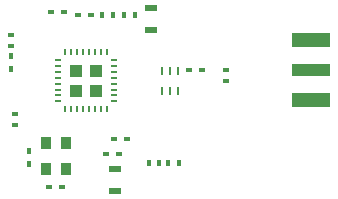
<source format=gbr>
G04 #@! TF.GenerationSoftware,KiCad,Pcbnew,(2017-11-30 revision 069448f20)-master*
G04 #@! TF.CreationDate,2017-12-01T23:13:36+02:00*
G04 #@! TF.ProjectId,at86rf212b_2l,617438367266323132625F326C2E6B69,rev?*
G04 #@! TF.SameCoordinates,Original*
G04 #@! TF.FileFunction,Paste,Top*
G04 #@! TF.FilePolarity,Positive*
%FSLAX46Y46*%
G04 Gerber Fmt 4.6, Leading zero omitted, Abs format (unit mm)*
G04 Created by KiCad (PCBNEW (2017-11-30 revision 069448f20)-master) date Fri Dec  1 23:13:36 2017*
%MOMM*%
%LPD*%
G01*
G04 APERTURE LIST*
%ADD10R,0.560000X0.200000*%
%ADD11R,0.200000X0.560000*%
%ADD12R,1.035000X1.035000*%
%ADD13R,0.280000X0.800000*%
%ADD14R,0.480000X0.400000*%
%ADD15R,0.400000X0.480000*%
%ADD16R,3.251200X1.219200*%
%ADD17R,3.251200X1.016000*%
%ADD18R,1.040000X0.560000*%
%ADD19R,0.480000X0.320000*%
%ADD20R,0.320000X0.480000*%
%ADD21R,0.960000X1.120000*%
G04 APERTURE END LIST*
D10*
X186550000Y-83538000D03*
X186550000Y-83038000D03*
X186550000Y-82538000D03*
X186550000Y-82038000D03*
X186550000Y-81538000D03*
X186550000Y-81038000D03*
X186550000Y-80538000D03*
X186550000Y-80038000D03*
D11*
X185900000Y-79388000D03*
X185400000Y-79388000D03*
X184900000Y-79388000D03*
X184400000Y-79388000D03*
X183900000Y-79388000D03*
X183400000Y-79388000D03*
X182900000Y-79388000D03*
X182400000Y-79388000D03*
D10*
X181750000Y-80038000D03*
X181750000Y-80538000D03*
X181750000Y-81038000D03*
X181750000Y-81538000D03*
X181750000Y-82038000D03*
X181750000Y-82538000D03*
X181750000Y-83038000D03*
X181750000Y-83538000D03*
D11*
X182400000Y-84188000D03*
X182900000Y-84188000D03*
X183400000Y-84188000D03*
X183900000Y-84188000D03*
X184400000Y-84188000D03*
X184900000Y-84188000D03*
X185400000Y-84188000D03*
X185900000Y-84188000D03*
D12*
X183287500Y-80925500D03*
X183287500Y-82650500D03*
X185012500Y-80925500D03*
X185012500Y-82650500D03*
D13*
X191912000Y-80938000D03*
X191262000Y-80938000D03*
X190612000Y-80938000D03*
X190612000Y-82638000D03*
X191262000Y-82638000D03*
X191912000Y-82638000D03*
D14*
X183473000Y-76200000D03*
X184573000Y-76200000D03*
X182287000Y-76009500D03*
X181187000Y-76009500D03*
D15*
X177800000Y-79714000D03*
X177800000Y-80814000D03*
X179324000Y-88815000D03*
X179324000Y-87715000D03*
D14*
X187621000Y-86741000D03*
X186521000Y-86741000D03*
X186986000Y-88011000D03*
X185886000Y-88011000D03*
X181060000Y-90805000D03*
X182160000Y-90805000D03*
X193971000Y-80899000D03*
X192871000Y-80899000D03*
D16*
X203200000Y-83439000D03*
X203200000Y-78359000D03*
D17*
X203200000Y-80899000D03*
D18*
X189674500Y-77531000D03*
X189674500Y-75631000D03*
X186626500Y-89220000D03*
X186626500Y-91120000D03*
D19*
X177800000Y-78809000D03*
X177800000Y-77909000D03*
D20*
X186441500Y-76200000D03*
X185541500Y-76200000D03*
X188283000Y-76200000D03*
X187383000Y-76200000D03*
X189478500Y-88773000D03*
X190378500Y-88773000D03*
X192029500Y-88773000D03*
X191129500Y-88773000D03*
D19*
X196037200Y-81780800D03*
X196037200Y-80880800D03*
D21*
X182460000Y-89238000D03*
X182460000Y-87038000D03*
X180760000Y-87038000D03*
X180760000Y-89238000D03*
D19*
X178181000Y-84640000D03*
X178181000Y-85540000D03*
M02*

</source>
